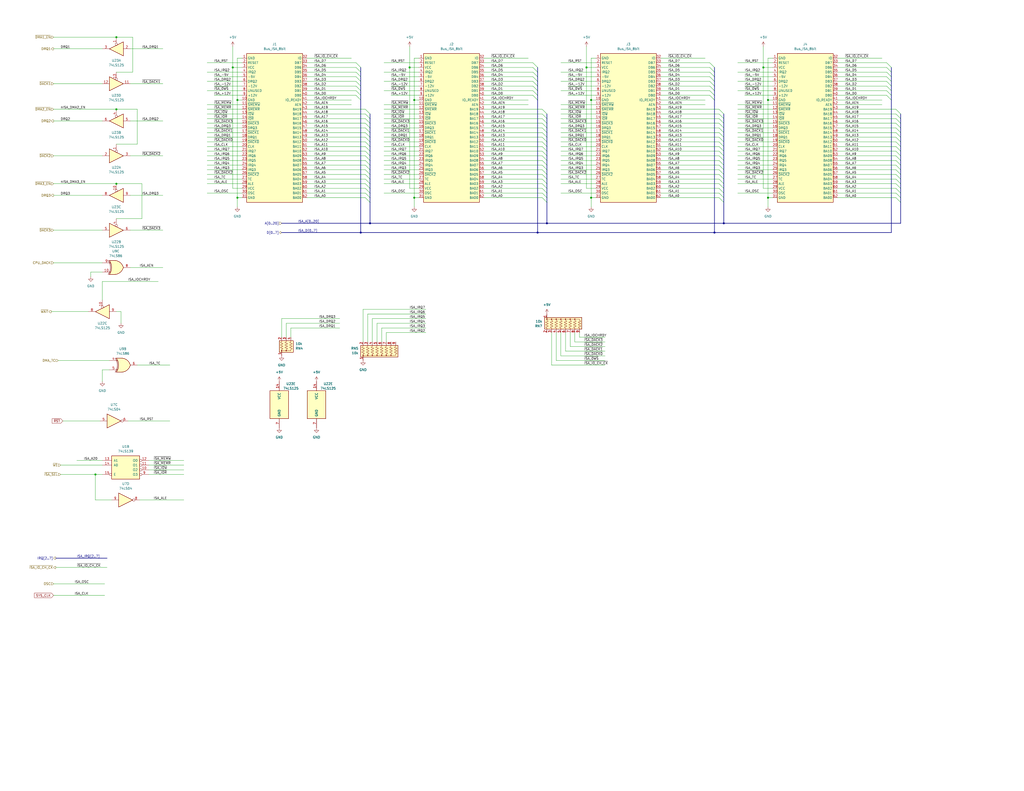
<source format=kicad_sch>
(kicad_sch (version 20230121) (generator eeschema)
  (paper "C")
  (title_block (title "Anachron ISA bus interface"))
  (junction (at 201.93 121.92))
  (junction (at 223.52 36.83))
  (junction (at 129.54 107.95))
  (junction (at 322.58 54.61))
  (junction (at 226.06 107.95))
  (junction (at 52.07 259.08))
  (junction (at 416.56 36.83))
  (junction (at 298.45 121.92))
  (junction (at 389.89 127))
  (junction (at 196.85 127))
  (junction (at 394.97 121.92))
  (junction (at 419.1 54.61))
  (junction (at 419.1 107.95))
  (junction (at 129.54 54.61))
  (junction (at 293.37 127))
  (junction (at 320.04 36.83))
  (junction (at 63.5 100.33))
  (junction (at 226.06 54.61))
  (junction (at 63.5 20.32))
  (junction (at 322.58 107.95))
  (junction (at 127 36.83))
  (junction (at 63.5 59.69))
  (bus_entry (at 298.45 100.33) (size -2.54 -2.54))
  (bus_entry (at 298.45 64.77) (size -2.54 -2.54))
  (bus_entry (at 298.45 107.95) (size -2.54 -2.54))
  (bus_entry (at 394.97 90.17) (size -2.54 -2.54))
  (bus_entry (at 491.49 110.49) (size -2.54 -2.54))
  (bus_entry (at 298.45 77.47) (size -2.54 -2.54))
  (bus_entry (at 486.41 49.53) (size -2.54 -2.54))
  (bus_entry (at 491.49 97.79) (size -2.54 -2.54))
  (bus_entry (at 298.45 102.87) (size -2.54 -2.54))
  (bus_entry (at 486.41 44.45) (size -2.54 -2.54))
  (bus_entry (at 201.93 92.71) (size -2.54 -2.54))
  (bus_entry (at 394.97 67.31) (size -2.54 -2.54))
  (bus_entry (at 201.93 107.95) (size -2.54 -2.54))
  (bus_entry (at 394.97 92.71) (size -2.54 -2.54))
  (bus_entry (at 389.89 52.07) (size -2.54 -2.54))
  (bus_entry (at 201.93 67.31) (size -2.54 -2.54))
  (bus_entry (at 491.49 77.47) (size -2.54 -2.54))
  (bus_entry (at 298.45 80.01) (size -2.54 -2.54))
  (bus_entry (at 491.49 74.93) (size -2.54 -2.54))
  (bus_entry (at 196.85 36.83) (size -2.54 -2.54))
  (bus_entry (at 389.89 44.45) (size -2.54 -2.54))
  (bus_entry (at 394.97 105.41) (size -2.54 -2.54))
  (bus_entry (at 293.37 36.83) (size -2.54 -2.54))
  (bus_entry (at 394.97 74.93) (size -2.54 -2.54))
  (bus_entry (at 201.93 77.47) (size -2.54 -2.54))
  (bus_entry (at 298.45 92.71) (size -2.54 -2.54))
  (bus_entry (at 298.45 69.85) (size -2.54 -2.54))
  (bus_entry (at 201.93 102.87) (size -2.54 -2.54))
  (bus_entry (at 196.85 39.37) (size -2.54 -2.54))
  (bus_entry (at 201.93 72.39) (size -2.54 -2.54))
  (bus_entry (at 201.93 69.85) (size -2.54 -2.54))
  (bus_entry (at 389.89 36.83) (size -2.54 -2.54))
  (bus_entry (at 201.93 82.55) (size -2.54 -2.54))
  (bus_entry (at 298.45 95.25) (size -2.54 -2.54))
  (bus_entry (at 298.45 105.41) (size -2.54 -2.54))
  (bus_entry (at 394.97 80.01) (size -2.54 -2.54))
  (bus_entry (at 298.45 74.93) (size -2.54 -2.54))
  (bus_entry (at 486.41 39.37) (size -2.54 -2.54))
  (bus_entry (at 394.97 85.09) (size -2.54 -2.54))
  (bus_entry (at 298.45 90.17) (size -2.54 -2.54))
  (bus_entry (at 389.89 46.99) (size -2.54 -2.54))
  (bus_entry (at 201.93 85.09) (size -2.54 -2.54))
  (bus_entry (at 394.97 107.95) (size -2.54 -2.54))
  (bus_entry (at 201.93 80.01) (size -2.54 -2.54))
  (bus_entry (at 201.93 74.93) (size -2.54 -2.54))
  (bus_entry (at 196.85 52.07) (size -2.54 -2.54))
  (bus_entry (at 394.97 77.47) (size -2.54 -2.54))
  (bus_entry (at 486.41 36.83) (size -2.54 -2.54))
  (bus_entry (at 491.49 69.85) (size -2.54 -2.54))
  (bus_entry (at 201.93 64.77) (size -2.54 -2.54))
  (bus_entry (at 196.85 49.53) (size -2.54 -2.54))
  (bus_entry (at 394.97 87.63) (size -2.54 -2.54))
  (bus_entry (at 394.97 62.23) (size -2.54 -2.54))
  (bus_entry (at 293.37 52.07) (size -2.54 -2.54))
  (bus_entry (at 298.45 72.39) (size -2.54 -2.54))
  (bus_entry (at 201.93 110.49) (size -2.54 -2.54))
  (bus_entry (at 201.93 95.25) (size -2.54 -2.54))
  (bus_entry (at 293.37 39.37) (size -2.54 -2.54))
  (bus_entry (at 486.41 52.07) (size -2.54 -2.54))
  (bus_entry (at 486.41 41.91) (size -2.54 -2.54))
  (bus_entry (at 298.45 110.49) (size -2.54 -2.54))
  (bus_entry (at 293.37 46.99) (size -2.54 -2.54))
  (bus_entry (at 298.45 97.79) (size -2.54 -2.54))
  (bus_entry (at 394.97 72.39) (size -2.54 -2.54))
  (bus_entry (at 196.85 54.61) (size -2.54 -2.54))
  (bus_entry (at 389.89 41.91) (size -2.54 -2.54))
  (bus_entry (at 491.49 62.23) (size -2.54 -2.54))
  (bus_entry (at 196.85 46.99) (size -2.54 -2.54))
  (bus_entry (at 293.37 54.61) (size -2.54 -2.54))
  (bus_entry (at 491.49 72.39) (size -2.54 -2.54))
  (bus_entry (at 196.85 41.91) (size -2.54 -2.54))
  (bus_entry (at 394.97 100.33) (size -2.54 -2.54))
  (bus_entry (at 389.89 39.37) (size -2.54 -2.54))
  (bus_entry (at 298.45 67.31) (size -2.54 -2.54))
  (bus_entry (at 491.49 102.87) (size -2.54 -2.54))
  (bus_entry (at 486.41 46.99) (size -2.54 -2.54))
  (bus_entry (at 293.37 44.45) (size -2.54 -2.54))
  (bus_entry (at 491.49 64.77) (size -2.54 -2.54))
  (bus_entry (at 491.49 82.55) (size -2.54 -2.54))
  (bus_entry (at 491.49 107.95) (size -2.54 -2.54))
  (bus_entry (at 298.45 85.09) (size -2.54 -2.54))
  (bus_entry (at 389.89 49.53) (size -2.54 -2.54))
  (bus_entry (at 394.97 95.25) (size -2.54 -2.54))
  (bus_entry (at 293.37 49.53) (size -2.54 -2.54))
  (bus_entry (at 201.93 87.63) (size -2.54 -2.54))
  (bus_entry (at 394.97 82.55) (size -2.54 -2.54))
  (bus_entry (at 201.93 97.79) (size -2.54 -2.54))
  (bus_entry (at 196.85 44.45) (size -2.54 -2.54))
  (bus_entry (at 201.93 62.23) (size -2.54 -2.54))
  (bus_entry (at 293.37 41.91) (size -2.54 -2.54))
  (bus_entry (at 491.49 92.71) (size -2.54 -2.54))
  (bus_entry (at 491.49 105.41) (size -2.54 -2.54))
  (bus_entry (at 491.49 80.01) (size -2.54 -2.54))
  (bus_entry (at 491.49 95.25) (size -2.54 -2.54))
  (bus_entry (at 298.45 87.63) (size -2.54 -2.54))
  (bus_entry (at 486.41 54.61) (size -2.54 -2.54))
  (bus_entry (at 394.97 69.85) (size -2.54 -2.54))
  (bus_entry (at 201.93 100.33) (size -2.54 -2.54))
  (bus_entry (at 394.97 64.77) (size -2.54 -2.54))
  (bus_entry (at 201.93 105.41) (size -2.54 -2.54))
  (bus_entry (at 491.49 87.63) (size -2.54 -2.54))
  (bus_entry (at 201.93 90.17) (size -2.54 -2.54))
  (bus_entry (at 298.45 82.55) (size -2.54 -2.54))
  (bus_entry (at 491.49 90.17) (size -2.54 -2.54))
  (bus_entry (at 394.97 102.87) (size -2.54 -2.54))
  (bus_entry (at 491.49 67.31) (size -2.54 -2.54))
  (bus_entry (at 491.49 85.09) (size -2.54 -2.54))
  (bus_entry (at 491.49 100.33) (size -2.54 -2.54))
  (bus_entry (at 389.89 54.61) (size -2.54 -2.54))
  (bus_entry (at 298.45 62.23) (size -2.54 -2.54))
  (bus_entry (at 394.97 97.79) (size -2.54 -2.54))
  (bus_entry (at 394.97 110.49) (size -2.54 -2.54))
  (wire (pts (xy 199.39 107.95) (xy 167.64 107.95)))
  (bus (pts (xy 486.41 127) (xy 389.89 127)))
  (wire (pts (xy 209.55 100.33) (xy 228.6 100.33)))
  (bus (pts (xy 491.49 85.09) (xy 491.49 87.63)))
  (wire (pts (xy 322.58 107.95) (xy 322.58 113.03)))
  (bus (pts (xy 491.49 69.85) (xy 491.49 72.39)))
  (bus (pts (xy 394.97 64.77) (xy 394.97 67.31)))
  (bus (pts (xy 486.41 41.91) (xy 486.41 44.45)))
  (bus (pts (xy 491.49 121.92) (xy 394.97 121.92)))
  (wire (pts (xy 31.75 196.85) (xy 59.69 196.85)))
  (wire (pts (xy 457.2 82.55) (xy 488.95 82.55)))
  (bus (pts (xy 389.89 46.99) (xy 389.89 49.53)))
  (wire (pts (xy 306.07 57.15) (xy 325.12 57.15)))
  (bus (pts (xy 298.45 64.77) (xy 298.45 67.31)))
  (wire (pts (xy 360.68 80.01) (xy 392.43 80.01)))
  (wire (pts (xy 309.88 46.99) (xy 325.12 46.99)))
  (wire (pts (xy 167.64 77.47) (xy 199.39 77.47)))
  (bus (pts (xy 298.45 92.71) (xy 298.45 95.25)))
  (bus (pts (xy 394.97 90.17) (xy 394.97 92.71)))
  (wire (pts (xy 72.39 39.37) (xy 72.39 20.32)))
  (wire (pts (xy 264.16 57.15) (xy 288.29 57.15)))
  (wire (pts (xy 55.88 153.67) (xy 55.88 163.83)))
  (wire (pts (xy 41.91 251.46) (xy 55.88 251.46)))
  (wire (pts (xy 167.64 74.93) (xy 199.39 74.93)))
  (wire (pts (xy 402.59 100.33) (xy 421.64 100.33)))
  (wire (pts (xy 167.64 49.53) (xy 194.31 49.53)))
  (wire (pts (xy 226.06 107.95) (xy 228.6 107.95)))
  (bus (pts (xy 389.89 49.53) (xy 389.89 52.07)))
  (wire (pts (xy 74.93 78.74) (xy 74.93 59.69)))
  (bus (pts (xy 298.45 102.87) (xy 298.45 105.41)))
  (wire (pts (xy 402.59 67.31) (xy 421.64 67.31)))
  (wire (pts (xy 226.06 54.61) (xy 226.06 107.95)))
  (wire (pts (xy 203.2 173.99) (xy 232.41 173.99)))
  (bus (pts (xy 293.37 36.83) (xy 293.37 39.37)))
  (bus (pts (xy 298.45 62.23) (xy 298.45 64.77)))
  (wire (pts (xy 81.28 254) (xy 100.33 254)))
  (bus (pts (xy 196.85 39.37) (xy 196.85 41.91)))
  (wire (pts (xy 264.16 100.33) (xy 295.91 100.33)))
  (bus (pts (xy 201.93 72.39) (xy 201.93 74.93)))
  (wire (pts (xy 129.54 54.61) (xy 129.54 107.95)))
  (wire (pts (xy 167.64 80.01) (xy 199.39 80.01)))
  (wire (pts (xy 209.55 92.71) (xy 228.6 92.71)))
  (bus (pts (xy 394.97 102.87) (xy 394.97 105.41)))
  (bus (pts (xy 394.97 80.01) (xy 394.97 82.55)))
  (wire (pts (xy 27.94 170.18) (xy 48.26 170.18)))
  (wire (pts (xy 226.06 107.95) (xy 226.06 113.03)))
  (wire (pts (xy 213.36 52.07) (xy 228.6 52.07)))
  (wire (pts (xy 29.21 85.09) (xy 55.88 85.09)))
  (wire (pts (xy 264.16 39.37) (xy 290.83 39.37)))
  (bus (pts (xy 196.85 49.53) (xy 196.85 52.07)))
  (bus (pts (xy 486.41 44.45) (xy 486.41 46.99)))
  (wire (pts (xy 457.2 67.31) (xy 488.95 67.31)))
  (wire (pts (xy 209.55 62.23) (xy 228.6 62.23)))
  (wire (pts (xy 322.58 31.75) (xy 322.58 54.61)))
  (bus (pts (xy 293.37 54.61) (xy 293.37 127)))
  (wire (pts (xy 29.21 20.32) (xy 63.5 20.32)))
  (wire (pts (xy 360.68 100.33) (xy 392.43 100.33)))
  (bus (pts (xy 153.67 121.92) (xy 201.93 121.92)))
  (wire (pts (xy 360.68 54.61) (xy 384.81 54.61)))
  (wire (pts (xy 313.69 186.69) (xy 330.2 186.69)))
  (wire (pts (xy 457.2 87.63) (xy 488.95 87.63)))
  (wire (pts (xy 322.58 54.61) (xy 325.12 54.61)))
  (bus (pts (xy 491.49 87.63) (xy 491.49 90.17)))
  (wire (pts (xy 264.16 77.47) (xy 295.91 77.47)))
  (wire (pts (xy 360.68 105.41) (xy 392.43 105.41)))
  (wire (pts (xy 71.12 125.73) (xy 88.9 125.73)))
  (wire (pts (xy 52.07 259.08) (xy 55.88 259.08)))
  (wire (pts (xy 457.2 49.53) (xy 483.87 49.53)))
  (wire (pts (xy 457.2 77.47) (xy 488.95 77.47)))
  (wire (pts (xy 264.16 69.85) (xy 295.91 69.85)))
  (wire (pts (xy 226.06 54.61) (xy 228.6 54.61)))
  (wire (pts (xy 167.64 67.31) (xy 199.39 67.31)))
  (bus (pts (xy 293.37 44.45) (xy 293.37 46.99)))
  (bus (pts (xy 394.97 121.92) (xy 298.45 121.92)))
  (wire (pts (xy 360.68 77.47) (xy 392.43 77.47)))
  (wire (pts (xy 74.93 199.39) (xy 92.71 199.39)))
  (wire (pts (xy 264.16 59.69) (xy 295.91 59.69)))
  (bus (pts (xy 201.93 105.41) (xy 201.93 107.95)))
  (wire (pts (xy 113.03 62.23) (xy 132.08 62.23)))
  (wire (pts (xy 306.07 72.39) (xy 325.12 72.39)))
  (wire (pts (xy 81.28 256.54) (xy 100.33 256.54)))
  (bus (pts (xy 298.45 82.55) (xy 298.45 85.09)))
  (wire (pts (xy 113.03 100.33) (xy 132.08 100.33)))
  (bus (pts (xy 298.45 69.85) (xy 298.45 72.39)))
  (bus (pts (xy 153.67 127) (xy 196.85 127)))
  (bus (pts (xy 298.45 100.33) (xy 298.45 102.87)))
  (wire (pts (xy 306.07 80.01) (xy 325.12 80.01)))
  (bus (pts (xy 491.49 67.31) (xy 491.49 69.85)))
  (wire (pts (xy 264.16 80.01) (xy 295.91 80.01)))
  (wire (pts (xy 209.55 90.17) (xy 228.6 90.17)))
  (wire (pts (xy 419.1 54.61) (xy 419.1 107.95)))
  (wire (pts (xy 402.59 72.39) (xy 421.64 72.39)))
  (wire (pts (xy 113.03 74.93) (xy 132.08 74.93)))
  (bus (pts (xy 293.37 49.53) (xy 293.37 52.07)))
  (bus (pts (xy 491.49 105.41) (xy 491.49 107.95)))
  (wire (pts (xy 209.55 69.85) (xy 228.6 69.85)))
  (wire (pts (xy 457.2 41.91) (xy 483.87 41.91)))
  (wire (pts (xy 66.04 170.18) (xy 66.04 176.53)))
  (wire (pts (xy 76.2 273.05) (xy 100.33 273.05)))
  (wire (pts (xy 156.21 176.53) (xy 185.42 176.53)))
  (wire (pts (xy 167.64 31.75) (xy 191.77 31.75)))
  (wire (pts (xy 402.59 90.17) (xy 421.64 90.17)))
  (wire (pts (xy 29.21 125.73) (xy 55.88 125.73)))
  (bus (pts (xy 298.45 97.79) (xy 298.45 100.33)))
  (bus (pts (xy 293.37 41.91) (xy 293.37 44.45)))
  (wire (pts (xy 167.64 64.77) (xy 199.39 64.77)))
  (wire (pts (xy 306.07 92.71) (xy 325.12 92.71)))
  (wire (pts (xy 325.12 36.83) (xy 320.04 36.83)))
  (bus (pts (xy 298.45 121.92) (xy 201.93 121.92)))
  (wire (pts (xy 360.68 87.63) (xy 392.43 87.63)))
  (wire (pts (xy 402.59 82.55) (xy 421.64 82.55)))
  (wire (pts (xy 228.6 102.87) (xy 223.52 102.87)))
  (wire (pts (xy 360.68 90.17) (xy 392.43 90.17)))
  (wire (pts (xy 113.03 34.29) (xy 132.08 34.29)))
  (wire (pts (xy 306.07 97.79) (xy 325.12 97.79)))
  (wire (pts (xy 71.12 45.72) (xy 88.9 45.72)))
  (wire (pts (xy 113.03 44.45) (xy 132.08 44.45)))
  (wire (pts (xy 309.88 52.07) (xy 325.12 52.07)))
  (wire (pts (xy 52.07 273.05) (xy 52.07 259.08)))
  (wire (pts (xy 402.59 97.79) (xy 421.64 97.79)))
  (wire (pts (xy 360.68 74.93) (xy 392.43 74.93)))
  (bus (pts (xy 394.97 97.79) (xy 394.97 100.33)))
  (wire (pts (xy 167.64 95.25) (xy 199.39 95.25)))
  (wire (pts (xy 205.74 176.53) (xy 205.74 186.69)))
  (wire (pts (xy 457.2 64.77) (xy 488.95 64.77)))
  (wire (pts (xy 264.16 90.17) (xy 295.91 90.17)))
  (bus (pts (xy 389.89 39.37) (xy 389.89 41.91)))
  (wire (pts (xy 209.55 82.55) (xy 228.6 82.55)))
  (wire (pts (xy 306.07 105.41) (xy 325.12 105.41)))
  (wire (pts (xy 167.64 39.37) (xy 194.31 39.37)))
  (wire (pts (xy 209.55 74.93) (xy 228.6 74.93)))
  (wire (pts (xy 167.64 52.07) (xy 194.31 52.07)))
  (wire (pts (xy 402.59 64.77) (xy 421.64 64.77)))
  (wire (pts (xy 360.68 82.55) (xy 392.43 82.55)))
  (wire (pts (xy 360.68 95.25) (xy 392.43 95.25)))
  (wire (pts (xy 167.64 105.41) (xy 199.39 105.41)))
  (bus (pts (xy 389.89 44.45) (xy 389.89 46.99)))
  (wire (pts (xy 113.03 39.37) (xy 132.08 39.37)))
  (wire (pts (xy 402.59 74.93) (xy 421.64 74.93)))
  (bus (pts (xy 389.89 52.07) (xy 389.89 54.61)))
  (wire (pts (xy 306.07 85.09) (xy 325.12 85.09)))
  (wire (pts (xy 34.29 229.87) (xy 54.61 229.87)))
  (bus (pts (xy 394.97 105.41) (xy 394.97 107.95)))
  (wire (pts (xy 300.99 181.61) (xy 300.99 199.39)))
  (wire (pts (xy 167.64 41.91) (xy 194.31 41.91)))
  (wire (pts (xy 457.2 85.09) (xy 488.95 85.09)))
  (bus (pts (xy 298.45 72.39) (xy 298.45 74.93)))
  (wire (pts (xy 264.16 62.23) (xy 295.91 62.23)))
  (bus (pts (xy 394.97 72.39) (xy 394.97 74.93)))
  (wire (pts (xy 264.16 52.07) (xy 290.83 52.07)))
  (bus (pts (xy 491.49 64.77) (xy 491.49 67.31)))
  (wire (pts (xy 63.5 78.74) (xy 74.93 78.74)))
  (wire (pts (xy 167.64 34.29) (xy 194.31 34.29)))
  (bus (pts (xy 30.48 304.8) (xy 58.42 304.8)))
  (bus (pts (xy 486.41 36.83) (xy 486.41 39.37)))
  (bus (pts (xy 491.49 97.79) (xy 491.49 100.33)))
  (wire (pts (xy 416.56 102.87) (xy 416.56 36.83)))
  (wire (pts (xy 306.07 90.17) (xy 325.12 90.17)))
  (wire (pts (xy 264.16 34.29) (xy 290.83 34.29)))
  (bus (pts (xy 201.93 121.92) (xy 201.93 110.49)))
  (wire (pts (xy 360.68 92.71) (xy 392.43 92.71)))
  (wire (pts (xy 392.43 107.95) (xy 360.68 107.95)))
  (wire (pts (xy 320.04 25.4) (xy 320.04 36.83)))
  (bus (pts (xy 196.85 41.91) (xy 196.85 44.45)))
  (wire (pts (xy 158.75 179.07) (xy 185.42 179.07)))
  (wire (pts (xy 457.2 97.79) (xy 488.95 97.79)))
  (wire (pts (xy 113.03 82.55) (xy 132.08 82.55)))
  (wire (pts (xy 264.16 87.63) (xy 295.91 87.63)))
  (wire (pts (xy 167.64 82.55) (xy 199.39 82.55)))
  (wire (pts (xy 167.64 102.87) (xy 199.39 102.87)))
  (wire (pts (xy 29.21 100.33) (xy 63.5 100.33)))
  (wire (pts (xy 33.02 254) (xy 55.88 254)))
  (wire (pts (xy 264.16 46.99) (xy 290.83 46.99)))
  (bus (pts (xy 201.93 62.23) (xy 201.93 64.77)))
  (wire (pts (xy 421.64 36.83) (xy 416.56 36.83)))
  (wire (pts (xy 71.12 106.68) (xy 88.9 106.68)))
  (wire (pts (xy 209.55 44.45) (xy 228.6 44.45)))
  (wire (pts (xy 209.55 105.41) (xy 228.6 105.41)))
  (wire (pts (xy 209.55 49.53) (xy 228.6 49.53)))
  (wire (pts (xy 116.84 41.91) (xy 132.08 41.91)))
  (wire (pts (xy 308.61 191.77) (xy 330.2 191.77)))
  (wire (pts (xy 421.64 31.75) (xy 419.1 31.75)))
  (wire (pts (xy 360.68 46.99) (xy 387.35 46.99)))
  (bus (pts (xy 491.49 77.47) (xy 491.49 80.01)))
  (wire (pts (xy 153.67 173.99) (xy 185.42 173.99)))
  (wire (pts (xy 457.2 59.69) (xy 488.95 59.69)))
  (wire (pts (xy 360.68 67.31) (xy 392.43 67.31)))
  (bus (pts (xy 491.49 82.55) (xy 491.49 85.09)))
  (wire (pts (xy 127 25.4) (xy 127 36.83)))
  (wire (pts (xy 81.28 251.46) (xy 100.33 251.46)))
  (wire (pts (xy 203.2 173.99) (xy 203.2 186.69)))
  (bus (pts (xy 196.85 44.45) (xy 196.85 46.99)))
  (wire (pts (xy 132.08 102.87) (xy 127 102.87)))
  (wire (pts (xy 116.84 52.07) (xy 132.08 52.07)))
  (wire (pts (xy 167.64 87.63) (xy 199.39 87.63)))
  (bus (pts (xy 196.85 52.07) (xy 196.85 54.61)))
  (wire (pts (xy 129.54 54.61) (xy 132.08 54.61)))
  (bus (pts (xy 486.41 39.37) (xy 486.41 41.91)))
  (wire (pts (xy 209.55 97.79) (xy 228.6 97.79)))
  (wire (pts (xy 457.2 100.33) (xy 488.95 100.33)))
  (wire (pts (xy 209.55 85.09) (xy 228.6 85.09)))
  (wire (pts (xy 209.55 39.37) (xy 228.6 39.37)))
  (wire (pts (xy 167.64 62.23) (xy 199.39 62.23)))
  (wire (pts (xy 205.74 176.53) (xy 232.41 176.53)))
  (wire (pts (xy 223.52 102.87) (xy 223.52 36.83)))
  (bus (pts (xy 201.93 95.25) (xy 201.93 97.79)))
  (bus (pts (xy 201.93 82.55) (xy 201.93 85.09)))
  (bus (pts (xy 394.97 110.49) (xy 394.97 107.95)))
  (wire (pts (xy 325.12 102.87) (xy 320.04 102.87)))
  (bus (pts (xy 201.93 69.85) (xy 201.93 72.39)))
  (wire (pts (xy 360.68 59.69) (xy 392.43 59.69)))
  (wire (pts (xy 63.5 20.32) (xy 72.39 20.32)))
  (bus (pts (xy 298.45 87.63) (xy 298.45 90.17)))
  (wire (pts (xy 209.55 87.63) (xy 228.6 87.63)))
  (wire (pts (xy 419.1 54.61) (xy 421.64 54.61)))
  (wire (pts (xy 311.15 189.23) (xy 330.2 189.23)))
  (bus (pts (xy 486.41 52.07) (xy 486.41 54.61)))
  (bus (pts (xy 491.49 90.17) (xy 491.49 92.71)))
  (wire (pts (xy 306.07 64.77) (xy 325.12 64.77)))
  (wire (pts (xy 208.28 179.07) (xy 232.41 179.07)))
  (bus (pts (xy 389.89 36.83) (xy 389.89 39.37)))
  (wire (pts (xy 264.16 92.71) (xy 295.91 92.71)))
  (wire (pts (xy 113.03 97.79) (xy 132.08 97.79)))
  (bus (pts (xy 394.97 110.49) (xy 394.97 121.92)))
  (wire (pts (xy 306.07 34.29) (xy 325.12 34.29)))
  (wire (pts (xy 309.88 41.91) (xy 325.12 41.91)))
  (wire (pts (xy 29.21 325.12) (xy 57.15 325.12)))
  (bus (pts (xy 491.49 80.01) (xy 491.49 82.55)))
  (wire (pts (xy 213.36 46.99) (xy 228.6 46.99)))
  (wire (pts (xy 113.03 90.17) (xy 132.08 90.17)))
  (wire (pts (xy 113.03 85.09) (xy 132.08 85.09)))
  (wire (pts (xy 264.16 72.39) (xy 295.91 72.39)))
  (wire (pts (xy 264.16 54.61) (xy 288.29 54.61)))
  (wire (pts (xy 153.67 184.15) (xy 153.67 173.99)))
  (bus (pts (xy 293.37 52.07) (xy 293.37 54.61)))
  (wire (pts (xy 306.07 194.31) (xy 330.2 194.31)))
  (wire (pts (xy 402.59 34.29) (xy 421.64 34.29)))
  (wire (pts (xy 167.64 97.79) (xy 199.39 97.79)))
  (wire (pts (xy 71.12 26.67) (xy 88.9 26.67)))
  (wire (pts (xy 264.16 36.83) (xy 290.83 36.83)))
  (wire (pts (xy 29.21 45.72) (xy 55.88 45.72)))
  (bus (pts (xy 196.85 46.99) (xy 196.85 49.53)))
  (wire (pts (xy 322.58 54.61) (xy 322.58 107.95)))
  (wire (pts (xy 306.07 77.47) (xy 325.12 77.47)))
  (wire (pts (xy 402.59 95.25) (xy 421.64 95.25)))
  (wire (pts (xy 63.5 119.38) (xy 77.47 119.38)))
  (wire (pts (xy 29.21 26.67) (xy 55.88 26.67)))
  (wire (pts (xy 113.03 80.01) (xy 132.08 80.01)))
  (bus (pts (xy 293.37 127) (xy 196.85 127)))
  (wire (pts (xy 402.59 80.01) (xy 421.64 80.01)))
  (wire (pts (xy 322.58 107.95) (xy 325.12 107.95)))
  (wire (pts (xy 209.55 57.15) (xy 228.6 57.15)))
  (wire (pts (xy 113.03 57.15) (xy 132.08 57.15)))
  (wire (pts (xy 113.03 69.85) (xy 132.08 69.85)))
  (wire (pts (xy 167.64 85.09) (xy 199.39 85.09)))
  (wire (pts (xy 129.54 107.95) (xy 129.54 113.03)))
  (wire (pts (xy 209.55 64.77) (xy 228.6 64.77)))
  (wire (pts (xy 360.68 57.15) (xy 384.81 57.15)))
  (wire (pts (xy 360.68 31.75) (xy 384.81 31.75)))
  (wire (pts (xy 132.08 31.75) (xy 129.54 31.75)))
  (wire (pts (xy 457.2 44.45) (xy 483.87 44.45)))
  (wire (pts (xy 167.64 92.71) (xy 199.39 92.71)))
  (wire (pts (xy 209.55 77.47) (xy 228.6 77.47)))
  (wire (pts (xy 264.16 95.25) (xy 295.91 95.25)))
  (wire (pts (xy 264.16 85.09) (xy 295.91 85.09)))
  (bus (pts (xy 491.49 102.87) (xy 491.49 105.41)))
  (wire (pts (xy 167.64 59.69) (xy 199.39 59.69)))
  (bus (pts (xy 201.93 100.33) (xy 201.93 102.87)))
  (bus (pts (xy 201.93 92.71) (xy 201.93 95.25)))
  (wire (pts (xy 209.55 59.69) (xy 228.6 59.69)))
  (wire (pts (xy 360.68 97.79) (xy 392.43 97.79)))
  (wire (pts (xy 457.2 36.83) (xy 483.87 36.83)))
  (wire (pts (xy 316.23 184.15) (xy 330.2 184.15)))
  (wire (pts (xy 113.03 77.47) (xy 132.08 77.47)))
  (wire (pts (xy 402.59 69.85) (xy 421.64 69.85)))
  (wire (pts (xy 60.96 273.05) (xy 52.07 273.05)))
  (wire (pts (xy 419.1 107.95) (xy 419.1 113.03)))
  (bus (pts (xy 491.49 62.23) (xy 491.49 64.77)))
  (wire (pts (xy 167.64 46.99) (xy 194.31 46.99)))
  (wire (pts (xy 264.16 97.79) (xy 295.91 97.79)))
  (bus (pts (xy 486.41 46.99) (xy 486.41 49.53)))
  (wire (pts (xy 129.54 107.95) (xy 132.08 107.95)))
  (wire (pts (xy 59.69 201.93) (xy 55.88 201.93)))
  (bus (pts (xy 394.97 85.09) (xy 394.97 87.63)))
  (wire (pts (xy 156.21 176.53) (xy 156.21 184.15)))
  (wire (pts (xy 209.55 72.39) (xy 228.6 72.39)))
  (wire (pts (xy 313.69 181.61) (xy 313.69 186.69)))
  (wire (pts (xy 264.16 31.75) (xy 288.29 31.75)))
  (wire (pts (xy 55.88 201.93) (xy 55.88 208.28)))
  (bus (pts (xy 201.93 85.09) (xy 201.93 87.63)))
  (wire (pts (xy 113.03 95.25) (xy 132.08 95.25)))
  (wire (pts (xy 167.64 44.45) (xy 194.31 44.45)))
  (wire (pts (xy 457.2 46.99) (xy 483.87 46.99)))
  (bus (pts (xy 491.49 72.39) (xy 491.49 74.93)))
  (wire (pts (xy 360.68 41.91) (xy 387.35 41.91)))
  (wire (pts (xy 132.08 36.83) (xy 127 36.83)))
  (wire (pts (xy 127 102.87) (xy 127 36.83)))
  (wire (pts (xy 306.07 49.53) (xy 325.12 49.53)))
  (wire (pts (xy 306.07 181.61) (xy 306.07 194.31)))
  (bus (pts (xy 298.45 74.93) (xy 298.45 77.47)))
  (bus (pts (xy 394.97 74.93) (xy 394.97 77.47)))
  (bus (pts (xy 201.93 74.93) (xy 201.93 77.47)))
  (wire (pts (xy 30.48 309.88) (xy 58.42 309.88)))
  (wire (pts (xy 306.07 95.25) (xy 325.12 95.25)))
  (wire (pts (xy 129.54 31.75) (xy 129.54 54.61)))
  (wire (pts (xy 113.03 64.77) (xy 132.08 64.77)))
  (bus (pts (xy 491.49 110.49) (xy 491.49 121.92)))
  (bus (pts (xy 394.97 87.63) (xy 394.97 90.17)))
  (wire (pts (xy 402.59 92.71) (xy 421.64 92.71)))
  (wire (pts (xy 360.68 34.29) (xy 387.35 34.29)))
  (bus (pts (xy 486.41 54.61) (xy 486.41 127)))
  (wire (pts (xy 29.21 106.68) (xy 55.88 106.68)))
  (wire (pts (xy 209.55 34.29) (xy 228.6 34.29)))
  (wire (pts (xy 264.16 67.31) (xy 295.91 67.31)))
  (bus (pts (xy 394.97 92.71) (xy 394.97 95.25)))
  (bus (pts (xy 298.45 77.47) (xy 298.45 80.01)))
  (wire (pts (xy 421.64 102.87) (xy 416.56 102.87)))
  (wire (pts (xy 360.68 64.77) (xy 392.43 64.77)))
  (wire (pts (xy 113.03 92.71) (xy 132.08 92.71)))
  (wire (pts (xy 402.59 57.15) (xy 421.64 57.15)))
  (wire (pts (xy 457.2 62.23) (xy 488.95 62.23)))
  (wire (pts (xy 77.47 100.33) (xy 77.47 119.38)))
  (wire (pts (xy 303.53 196.85) (xy 330.2 196.85)))
  (wire (pts (xy 63.5 170.18) (xy 66.04 170.18)))
  (wire (pts (xy 320.04 102.87) (xy 320.04 36.83)))
  (wire (pts (xy 167.64 54.61) (xy 191.77 54.61)))
  (wire (pts (xy 402.59 44.45) (xy 421.64 44.45)))
  (wire (pts (xy 457.2 52.07) (xy 483.87 52.07)))
  (wire (pts (xy 167.64 57.15) (xy 191.77 57.15)))
  (wire (pts (xy 167.64 72.39) (xy 199.39 72.39)))
  (wire (pts (xy 264.16 41.91) (xy 290.83 41.91)))
  (bus (pts (xy 293.37 39.37) (xy 293.37 41.91)))
  (wire (pts (xy 209.55 80.01) (xy 228.6 80.01)))
  (bus (pts (xy 298.45 67.31) (xy 298.45 69.85)))
  (wire (pts (xy 457.2 92.71) (xy 488.95 92.71)))
  (wire (pts (xy 457.2 34.29) (xy 483.87 34.29)))
  (bus (pts (xy 394.97 67.31) (xy 394.97 69.85)))
  (wire (pts (xy 306.07 87.63) (xy 325.12 87.63)))
  (wire (pts (xy 457.2 31.75) (xy 481.33 31.75)))
  (wire (pts (xy 457.2 57.15) (xy 481.33 57.15)))
  (wire (pts (xy 402.59 49.53) (xy 421.64 49.53)))
  (wire (pts (xy 210.82 181.61) (xy 232.41 181.61)))
  (wire (pts (xy 306.07 44.45) (xy 325.12 44.45)))
  (wire (pts (xy 223.52 25.4) (xy 223.52 36.83)))
  (wire (pts (xy 71.12 146.05) (xy 88.9 146.05)))
  (wire (pts (xy 228.6 36.83) (xy 223.52 36.83)))
  (wire (pts (xy 311.15 181.61) (xy 311.15 189.23)))
  (bus (pts (xy 486.41 49.53) (xy 486.41 52.07)))
  (wire (pts (xy 264.16 105.41) (xy 295.91 105.41)))
  (wire (pts (xy 29.21 318.77) (xy 57.15 318.77)))
  (wire (pts (xy 198.12 168.91) (xy 198.12 186.69)))
  (wire (pts (xy 264.16 64.77) (xy 295.91 64.77)))
  (wire (pts (xy 402.59 105.41) (xy 421.64 105.41)))
  (bus (pts (xy 201.93 110.49) (xy 201.93 107.95)))
  (bus (pts (xy 491.49 95.25) (xy 491.49 97.79)))
  (bus (pts (xy 201.93 77.47) (xy 201.93 80.01)))
  (wire (pts (xy 457.2 69.85) (xy 488.95 69.85)))
  (bus (pts (xy 389.89 41.91) (xy 389.89 44.45)))
  (bus (pts (xy 491.49 110.49) (xy 491.49 107.95)))
  (wire (pts (xy 303.53 181.61) (xy 303.53 196.85)))
  (wire (pts (xy 419.1 31.75) (xy 419.1 54.61)))
  (bus (pts (xy 201.93 97.79) (xy 201.93 100.33)))
  (wire (pts (xy 200.66 171.45) (xy 232.41 171.45)))
  (bus (pts (xy 293.37 46.99) (xy 293.37 49.53)))
  (wire (pts (xy 113.03 67.31) (xy 132.08 67.31)))
  (wire (pts (xy 402.59 62.23) (xy 421.64 62.23)))
  (wire (pts (xy 208.28 179.07) (xy 208.28 186.69)))
  (wire (pts (xy 457.2 74.93) (xy 488.95 74.93)))
  (wire (pts (xy 406.4 52.07) (xy 421.64 52.07)))
  (wire (pts (xy 113.03 72.39) (xy 132.08 72.39)))
  (wire (pts (xy 457.2 95.25) (xy 488.95 95.25)))
  (wire (pts (xy 457.2 102.87) (xy 488.95 102.87)))
  (wire (pts (xy 402.59 85.09) (xy 421.64 85.09)))
  (bus (pts (xy 298.45 85.09) (xy 298.45 87.63)))
  (bus (pts (xy 196.85 36.83) (xy 196.85 39.37)))
  (wire (pts (xy 316.23 181.61) (xy 316.23 184.15)))
  (wire (pts (xy 306.07 67.31) (xy 325.12 67.31)))
  (bus (pts (xy 394.97 62.23) (xy 394.97 64.77)))
  (wire (pts (xy 55.88 148.59) (xy 49.53 148.59)))
  (wire (pts (xy 360.68 39.37) (xy 387.35 39.37)))
  (bus (pts (xy 394.97 69.85) (xy 394.97 72.39)))
  (bus (pts (xy 298.45 105.41) (xy 298.45 107.95)))
  (bus (pts (xy 201.93 90.17) (xy 201.93 92.71)))
  (bus (pts (xy 491.49 100.33) (xy 491.49 102.87)))
  (wire (pts (xy 457.2 39.37) (xy 483.87 39.37)))
  (wire (pts (xy 228.6 31.75) (xy 226.06 31.75)))
  (wire (pts (xy 209.55 95.25) (xy 228.6 95.25)))
  (wire (pts (xy 306.07 100.33) (xy 325.12 100.33)))
  (wire (pts (xy 419.1 107.95) (xy 421.64 107.95)))
  (wire (pts (xy 457.2 72.39) (xy 488.95 72.39)))
  (wire (pts (xy 402.59 87.63) (xy 421.64 87.63)))
  (wire (pts (xy 488.95 107.95) (xy 457.2 107.95)))
  (wire (pts (xy 167.64 100.33) (xy 199.39 100.33)))
  (wire (pts (xy 402.59 59.69) (xy 421.64 59.69)))
  (wire (pts (xy 416.56 25.4) (xy 416.56 36.83)))
  (wire (pts (xy 308.61 181.61) (xy 308.61 191.77)))
  (wire (pts (xy 360.68 72.39) (xy 392.43 72.39)))
  (wire (pts (xy 306.07 39.37) (xy 325.12 39.37)))
  (bus (pts (xy 491.49 92.71) (xy 491.49 95.25)))
  (wire (pts (xy 226.06 31.75) (xy 226.06 54.61)))
  (wire (pts (xy 55.88 153.67) (xy 86.36 153.67)))
  (wire (pts (xy 360.68 62.23) (xy 392.43 62.23)))
  (wire (pts (xy 360.68 36.83) (xy 387.35 36.83)))
  (wire (pts (xy 402.59 39.37) (xy 421.64 39.37)))
  (wire (pts (xy 306.07 62.23) (xy 325.12 62.23)))
  (wire (pts (xy 306.07 74.93) (xy 325.12 74.93)))
  (wire (pts (xy 113.03 59.69) (xy 132.08 59.69)))
  (bus (pts (xy 491.49 74.93) (xy 491.49 77.47)))
  (bus (pts (xy 394.97 82.55) (xy 394.97 85.09)))
  (wire (pts (xy 360.68 44.45) (xy 387.35 44.45)))
  (wire (pts (xy 167.64 36.83) (xy 194.31 36.83)))
  (wire (pts (xy 295.91 107.95) (xy 264.16 107.95)))
  (bus (pts (xy 201.93 102.87) (xy 201.93 105.41)))
  (bus (pts (xy 394.97 77.47) (xy 394.97 80.01)))
  (wire (pts (xy 360.68 102.87) (xy 392.43 102.87)))
  (bus (pts (xy 196.85 127) (xy 196.85 54.61)))
  (wire (pts (xy 406.4 41.91) (xy 421.64 41.91)))
  (wire (pts (xy 264.16 49.53) (xy 290.83 49.53)))
  (wire (pts (xy 63.5 59.69) (xy 74.93 59.69)))
  (wire (pts (xy 360.68 85.09) (xy 392.43 85.09)))
  (wire (pts (xy 113.03 105.41) (xy 132.08 105.41)))
  (wire (pts (xy 29.21 143.51) (xy 55.88 143.51)))
  (wire (pts (xy 457.2 105.41) (xy 488.95 105.41)))
  (wire (pts (xy 306.07 82.55) (xy 325.12 82.55)))
  (wire (pts (xy 360.68 52.07) (xy 387.35 52.07)))
  (bus (pts (xy 201.93 67.31) (xy 201.93 69.85)))
  (wire (pts (xy 264.16 102.87) (xy 295.91 102.87)))
  (wire (pts (xy 325.12 31.75) (xy 322.58 31.75)))
  (wire (pts (xy 198.12 168.91) (xy 232.41 168.91)))
  (wire (pts (xy 264.16 74.93) (xy 295.91 74.93)))
  (wire (pts (xy 360.68 49.53) (xy 387.35 49.53)))
  (wire (pts (xy 63.5 39.37) (xy 72.39 39.37)))
  (bus (pts (xy 298.45 80.01) (xy 298.45 82.55)))
  (wire (pts (xy 167.64 69.85) (xy 199.39 69.85)))
  (bus (pts (xy 298.45 110.49) (xy 298.45 107.95)))
  (wire (pts (xy 29.21 59.69) (xy 63.5 59.69)))
  (wire (pts (xy 209.55 67.31) (xy 228.6 67.31)))
  (wire (pts (xy 402.59 77.47) (xy 421.64 77.47)))
  (wire (pts (xy 113.03 49.53) (xy 132.08 49.53)))
  (wire (pts (xy 264.16 44.45) (xy 290.83 44.45)))
  (wire (pts (xy 69.85 229.87) (xy 92.71 229.87)))
  (bus (pts (xy 394.97 95.25) (xy 394.97 97.79)))
  (wire (pts (xy 210.82 186.69) (xy 210.82 181.61)))
  (bus (pts (xy 201.93 64.77) (xy 201.93 67.31)))
  (wire (pts (xy 29.21 66.04) (xy 55.88 66.04)))
  (wire (pts (xy 457.2 80.01) (xy 488.95 80.01)))
  (bus (pts (xy 394.97 100.33) (xy 394.97 102.87)))
  (wire (pts (xy 49.53 148.59) (xy 49.53 151.13)))
  (wire (pts (xy 81.28 259.08) (xy 100.33 259.08)))
  (wire (pts (xy 113.03 87.63) (xy 132.08 87.63)))
  (wire (pts (xy 167.64 90.17) (xy 199.39 90.17)))
  (bus (pts (xy 298.45 110.49) (xy 298.45 121.92)))
  (wire (pts (xy 71.12 66.04) (xy 88.9 66.04)))
  (wire (pts (xy 306.07 69.85) (xy 325.12 69.85)))
  (wire (pts (xy 306.07 59.69) (xy 325.12 59.69)))
  (wire (pts (xy 33.02 259.08) (xy 52.07 259.08)))
  (wire (pts (xy 264.16 82.55) (xy 295.91 82.55)))
  (bus (pts (xy 389.89 127) (xy 293.37 127)))
  (bus (pts (xy 298.45 90.17) (xy 298.45 92.71)))
  (wire (pts (xy 213.36 41.91) (xy 228.6 41.91)))
  (bus (pts (xy 298.45 95.25) (xy 298.45 97.79)))
  (wire (pts (xy 300.99 199.39) (xy 330.2 199.39)))
  (bus (pts (xy 201.93 87.63) (xy 201.93 90.17)))
  (wire (pts (xy 158.75 179.07) (xy 158.75 184.15)))
  (wire (pts (xy 360.68 69.85) (xy 392.43 69.85)))
  (wire (pts (xy 457.2 54.61) (xy 481.33 54.61)))
  (wire (pts (xy 116.84 46.99) (xy 132.08 46.99)))
  (wire (pts (xy 200.66 171.45) (xy 200.66 186.69)))
  (wire (pts (xy 71.12 85.09) (xy 88.9 85.09)))
  (wire (pts (xy 457.2 90.17) (xy 488.95 90.17)))
  (wire (pts (xy 63.5 100.33) (xy 77.47 100.33)))
  (bus (pts (xy 201.93 80.01) (xy 201.93 82.55)))
  (wire (pts (xy 406.4 46.99) (xy 421.64 46.99)))
  (bus (pts (xy 389.89 54.61) (xy 389.89 127)))
  (label "ISA_A[0..20]" (at 162.56 121.92 0))
  (label "~{ISA_DACK1}" (at 406.4 72.39 0))
  (label "~{ISA_DACK3}" (at 116.84 67.31 0))
  (label "ISA_D1" (at 364.49 49.53 0))
  (label "ISA_A18" (at 171.45 62.23 0))
  (label "~{ISA_DACK0}" (at 406.4 77.47 0))
  (label "ISA_A15" (at 267.97 69.85 0))
  (label "ISA_DRQ1" (at 213.36 74.93 0))
  (label "ISA_OSC" (at 406.4 105.41 0))
  (label "ISA_DRQ3" (at 77.47 106.68 0))
  (label "ISA_A2" (at 171.45 102.87 0))
  (label "ISA_A1" (at 267.97 105.41 0))
  (label "~{ISA_IO_CH_CK}" (at 364.49 31.75 0))
  (label "ISA_A19" (at 461.01 59.69 0))
  (label "ISA_IRQ6" (at 406.4 85.09 0))
  (label "ISA_IRQ2" (at 116.84 39.37 0))
  (label "~{ISA_IOR}" (at 83.82 259.08 0))
  (label "~{ISA_IOR}" (at 309.88 64.77 0))
  (label "ISA_A11" (at 461.01 80.01 0))
  (label "ISA_IRQ5" (at 309.88 87.63 0))
  (label "ISA_A4" (at 267.97 97.79 0))
  (label "ISA_IRQ6" (at 116.84 85.09 0))
  (label "ISA_A10" (at 267.97 82.55 0))
  (label "ISA_A14" (at 364.49 72.39 0))
  (label "DRQ3" (at 33.02 106.68 0))
  (label "ISA_A2" (at 461.01 102.87 0))
  (label "~{ISA_MEMR}" (at 406.4 59.69 0))
  (label "ISA_A18" (at 267.97 62.23 0))
  (label "ISA_IRQ5" (at 223.52 173.99 0))
  (label "~{ISA_DACK1}" (at 213.36 72.39 0))
  (label "ISA_A17" (at 461.01 64.77 0))
  (label "ISA_A8" (at 461.01 87.63 0))
  (label "ISA_DRQ2" (at 173.99 176.53 0))
  (label "ISA_A15" (at 461.01 69.85 0))
  (label "ISA_A17" (at 171.45 64.77 0))
  (label "~{ISA_MEMW}" (at 116.84 57.15 0))
  (label "ISA_A3" (at 364.49 100.33 0))
  (label "~{ISA_IOW}" (at 83.82 256.54 0))
  (label "ISA_IRQ3" (at 223.52 179.07 0))
  (label "ISA_-12V" (at 406.4 46.99 0))
  (label "~{ISA_0WS}" (at 406.4 49.53 0))
  (label "ISA_A3" (at 171.45 100.33 0))
  (label "ISA_D6" (at 267.97 36.83 0))
  (label "ISA_A5" (at 364.49 95.25 0))
  (label "ISA_CLK" (at 116.84 80.01 0))
  (label "ISA_TC" (at 213.36 97.79 0))
  (label "ISA_RST" (at 213.36 34.29 0))
  (label "ISA_A1" (at 461.01 105.41 0))
  (label "ISA_+12V" (at 406.4 52.07 0))
  (label "ISA_A5" (at 171.45 95.25 0))
  (label "ISA_A4" (at 364.49 97.79 0))
  (label "ISA_-5V" (at 116.84 41.91 0))
  (label "~{ISA_DACK0}" (at 116.84 77.47 0))
  (label "~{ISA_DACK3}" (at 77.47 125.73 0))
  (label "ISA_D1" (at 267.97 49.53 0))
  (label "ISA_OSC" (at 213.36 105.41 0))
  (label "ISA_A0" (at 171.45 107.95 0))
  (label "ISA_A0" (at 461.01 107.95 0))
  (label "ISA_AEN" (at 267.97 57.15 0))
  (label "~{ISA_0WS}" (at 116.84 49.53 0))
  (label "ISA_D5" (at 461.01 39.37 0))
  (label "ISA_A19" (at 267.97 59.69 0))
  (label "ISA_D0" (at 267.97 52.07 0))
  (label "ISA_A5" (at 267.97 95.25 0))
  (label "ISA_D6" (at 461.01 36.83 0))
  (label "ISA_IOCHRDY" (at 69.85 153.67 0))
  (label "ISA_ALE" (at 309.88 100.33 0))
  (label "ISA_A17" (at 364.49 64.77 0))
  (label "ISA_CLK" (at 309.88 80.01 0))
  (label "ISA_AEN" (at 364.49 57.15 0))
  (label "nISA_DMA2_EN" (at 33.02 59.69 0))
  (label "~{ISA_DACK1}" (at 318.77 191.77 0))
  (label "ISA_DRQ3" (at 213.36 69.85 0))
  (label "ISA_IRQ7" (at 213.36 82.55 0))
  (label "~{ISA_IOW}" (at 213.36 62.23 0))
  (label "ISA_D0" (at 364.49 52.07 0))
  (label "ISA_IRQ6" (at 213.36 85.09 0))
  (label "ISA_A1" (at 364.49 105.41 0))
  (label "ISA_DRQ2" (at 406.4 44.45 0))
  (label "ISA_DRQ2" (at 116.84 44.45 0))
  (label "ISA_D3" (at 267.97 44.45 0))
  (label "ISA_D4" (at 171.45 41.91 0))
  (label "~{ISA_IO_CH_CK}" (at 41.91 309.88 0))
  (label "ISA_DRQ1" (at 116.84 74.93 0))
  (label "nISA_DMA3_EN" (at 33.02 100.33 0))
  (label "ISA_IRQ5" (at 116.84 87.63 0))
  (label "ISA_A15" (at 364.49 69.85 0))
  (label "~{ISA_IOR}" (at 406.4 64.77 0))
  (label "ISA_A8" (at 267.97 87.63 0))
  (label "ISA_A9" (at 461.01 85.09 0))
  (label "ISA_IRQ7" (at 223.52 168.91 0))
  (label "ISA_ALE" (at 116.84 100.33 0))
  (label "ISA_D2" (at 171.45 46.99 0))
  (label "ISA_D[0..7]" (at 162.56 127 0))
  (label "ISA_IRQ4" (at 223.52 176.53 0))
  (label "ISA_A20" (at 45.72 251.46 0))
  (label "ISA_D3" (at 171.45 44.45 0))
  (label "ISA_IRQ6" (at 223.52 171.45 0))
  (label "ISA_D1" (at 461.01 49.53 0))
  (label "ISA_A8" (at 364.49 87.63 0))
  (label "ISA_D5" (at 364.49 39.37 0))
  (label "ISA_D0" (at 171.45 52.07 0))
  (label "ISA_IOCHRDY" (at 267.97 54.61 0))
  (label "ISA_DRQ1" (at 173.99 179.07 0))
  (label "ISA_A14" (at 267.97 72.39 0))
  (label "~{ISA_DACK2}" (at 406.4 95.25 0))
  (label "ISA_D7" (at 171.45 34.29 0))
  (label "ISA_DRQ1" (at 77.47 26.67 0))
  (label "ISA_IOCHRDY" (at 318.77 184.15 0))
  (label "ISA_IRQ4" (at 213.36 90.17 0))
  (label "~{ISA_DACK2}" (at 116.84 95.25 0))
  (label "ISA_ALE" (at 83.82 273.05 0))
  (label "ISA_IRQ4" (at 406.4 90.17 0))
  (label "ISA_+12V" (at 309.88 52.07 0))
  (label "ISA_IOCHRDY" (at 171.45 54.61 0))
  (label "ISA_DRQ3" (at 406.4 69.85 0))
  (label "ISA_+12V" (at 116.84 52.07 0))
  (label "ISA_A14" (at 171.45 72.39 0))
  (label "~{ISA_DACK2}" (at 77.47 85.09 0))
  (label "ISA_A13" (at 461.01 74.93 0))
  (label "ISA_A8" (at 171.45 87.63 0))
  (label "~{ISA_IO_CH_CK}" (at 318.77 199.39 0))
  (label "ISA_A10" (at 171.45 82.55 0))
  (label "ISA_IRQ2" (at 223.52 181.61 0))
  (label "ISA_A11" (at 267.97 80.01 0))
  (label "~{ISA_0WS}" (at 318.77 196.85 0))
  (label "ISA_-12V" (at 116.84 46.99 0))
  (label "ISA_A18" (at 364.49 62.23 0))
  (label "ISA_A7" (at 267.97 90.17 0))
  (label "~{ISA_DACK0}" (at 318.77 194.31 0))
  (label "ISA_A12" (at 171.45 77.47 0))
  (label "~{ISA_DACK1}" (at 77.47 45.72 0))
  (label "~{ISA_0WS}" (at 309.88 49.53 0))
  (label "~{ISA_DACK3}" (at 213.36 67.31 0))
  (label "ISA_AEN" (at 76.2 146.05 0))
  (label "ISA_IRQ3" (at 406.4 92.71 0))
  (label "ISA_A9" (at 364.49 85.09 0))
  (label "DRQ2" (at 33.02 66.04 0))
  (label "ISA_A16" (at 171.45 67.31 0))
  (label "ISA_A10" (at 364.49 82.55 0))
  (label "ISA_D3" (at 364.49 44.45 0))
  (label "ISA_ALE" (at 213.36 100.33 0))
  (label "~{ISA_IOW}" (at 309.88 62.23 0))
  (label "ISA_A13" (at 171.45 74.93 0))
  (label "~{ISA_MEMR}" (at 116.84 59.69 0))
  (label "~{ISA_DACK1}" (at 116.84 72.39 0))
  (label "~{ISA_DACK3}" (at 406.4 67.31 0))
  (label "ISA_IRQ3" (at 213.36 92.71 0))
  (label "ISA_IOCHRDY" (at 364.49 54.61 0))
  (label "ISA_IRQ7" (at 116.84 82.55 0))
  (label "ISA_A17" (at 267.97 64.77 0))
  (label "ISA_TC" (at 81.28 199.39 0))
  (label "~{ISA_IOR}" (at 213.36 64.77 0))
  (label "ISA_DRQ2" (at 77.47 66.04 0))
  (label "ISA_A6" (at 171.45 92.71 0))
  (label "ISA_A12" (at 267.97 77.47 0))
  (label "ISA_DRQ2" (at 309.88 44.45 0))
  (label "~{ISA_MEMW}" (at 83.82 251.46 0))
  (label "ISA_-5V" (at 213.36 41.91 0))
  (label "~{ISA_DACK2}" (at 213.36 95.25 0))
  (label "~{ISA_DACK3}" (at 309.88 67.31 0))
  (label "ISA_A1" (at 171.45 105.41 0))
  (label "ISA_IRQ7" (at 406.4 82.55 0))
  (label "~{ISA_IOW}" (at 116.84 62.23 0))
  (label "ISA_TC" (at 116.84 97.79 0))
  (label "~{ISA_MEMW}" (at 213.36 57.15 0))
  (label "ISA_D1" (at 171.45 49.53 0))
  (label "ISA_D4" (at 267.97 41.91 0))
  (label "ISA_A0" (at 267.97 107.95 0))
  (label "ISA_A5" (at 461.01 95.25 0))
  (label "~{ISA_DACK2}" (at 318.77 189.23 0))
  (label "ISA_A19" (at 364.49 59.69 0))
  (label "ISA_DRQ1" (at 309.88 74.93 0))
  (label "ISA_IRQ7" (at 309.88 82.55 0))
  (label "~{ISA_0WS}" (at 213.36 49.53 0))
  (label "ISA_RST" (at 309.88 34.29 0))
  (label "ISA_IRQ2" (at 406.4 39.37 0))
  (label "ISA_A18" (at 461.01 62.23 0))
  (label "~{ISA_MEMR}" (at 309.88 59.69 0))
  (label "ISA_DRQ2" (at 213.36 44.45 0))
  (label "~{ISA_MEMW}" (at 309.88 57.15 0))
  (label "ISA_CLK" (at 406.4 80.01 0))
  (label "ISA_-5V" (at 406.4 41.91 0))
  (label "ISA_A12" (at 364.49 77.47 0))
  (label "~{ISA_DACK1}" (at 309.88 72.39 0))
  (label "ISA_A19" (at 171.45 59.69 0))
  (label "ISA_OSC" (at 40.64 318.77 0))
  (label "DRQ1" (at 33.02 26.67 0))
  (label "ISA_IRQ4" (at 309.88 90.17 0))
  (label "~{ISA_MEMR}" (at 213.36 59.69 0))
  (label "ISA_A0" (at 364.49 107.95 0))
  (label "ISA_D6" (at 171.45 36.83 0))
  (label "ISA_D3" (at 461.01 44.45 0))
  (label "ISA_AEN" (at 461.01 57.15 0))
  (label "ISA_IRQ2" (at 213.36 39.37 0))
  (label "ISA_TC" (at 309.88 97.79 0))
  (label "ISA_A4" (at 461.01 97.79 0))
  (label "ISA_A7" (at 461.01 90.17 0))
  (label "ISA_-12V" (at 213.36 46.99 0))
  (label "ISA_D4" (at 461.01 41.91 0))
  (label "ISA_TC" (at 406.4 97.79 0))
  (label "ISA_OSC" (at 309.88 105.41 0))
  (label "ISA_DRQ1" (at 406.4 74.93 0))
  (label "ISA_D2" (at 364.49 46.99 0))
  (label "ISA_DRQ3" (at 173.99 173.99 0))
  (label "ISA_A14" (at 461.01 72.39 0))
  (label "ISA_A6" (at 461.01 92.71 0))
  (label "~{ISA_MEMR}" (at 83.82 254 0))
  (label "~{ISA_IOW}" (at 406.4 62.23 0))
  (label "ISA_A9" (at 171.45 85.09 0))
  (label "ISA_A10" (at 461.01 82.55 0))
  (label "ISA_A6" (at 267.97 92.71 0))
  (label "ISA_A16" (at 267.97 67.31 0))
  (label "ISA_A4" (at 171.45 97.79 0))
  (label "ISA_A13" (at 267.97 74.93 0))
  (label "ISA_IRQ6" (at 309.88 85.09 0))
  (label "ISA_IRQ3" (at 309.88 92.71 0))
  (label "~{ISA_DACK0}" (at 213.36 77.47 0))
  (label "ISA_A16" (at 461.01 67.31 0))
  (label "~{ISA_IO_CH_CK}" (at 267.97 31.75 0))
  (label "ISA_RST" (at 406.4 34.29 0))
  (label "ISA_AEN" (at 171.45 57.15 0))
  (label "ISA_D2" (at 267.97 46.99 0))
  (label "ISA_OSC" (at 116.84 105.41 0))
  (label "ISA_A3" (at 461.01 100.33 0))
  (label "ISA_D7" (at 461.01 34.29 0))
  (label "~{ISA_IOR}" (at 116.84 64.77 0))
  (label "ISA_D7" (at 364.49 34.29 0))
  (label "ISA_IRQ2" (at 309.88 39.37 0))
  (label "ISA_A3" (at 267.97 100.33 0))
  (label "ISA_-5V" (at 309.88 41.91 0))
  (label "ISA_IRQ3" (at 116.84 92.71 0))
  (label "~{ISA_IO_CH_CK}" (at 461.01 31.75 0))
  (label "ISA_A11" (at 364.49 80.01 0))
  (label "ISA_A7" (at 171.45 90.17 0))
  (label "ISA_DRQ3" (at 116.84 69.85 0))
  (label "ISA_IRQ4" (at 116.84 90.17 0))
  (label "ISA_CLK" (at 40.64 325.12 0))
  (label "~{ISA_MEMW}" (at 406.4 57.15 0))
  (label "ISA_DRQ3" (at 309.88 69.85 0))
  (label "ISA_A16" (at 364.49 67.31 0))
  (label "ISA_D4" (at 364.49 41.91 0))
  (label "ISA_A15" (at 171.45 69.85 0))
  (label "ISA_IOCHRDY" (at 461.01 54.61 0))
  (label "ISA_D6" (at 364.49 36.83 0))
  (label "ISA_RST" (at 116.84 34.29 0))
  (label "~{ISA_DACK0}" (at 309.88 77.47 0))
  (label "~{ISA_IO_CH_CK}" (at 171.45 31.75 0))
  (label "ISA_A6" (at 364.49 92.71 0))
  (label "ISA_IRQ5" (at 213.36 87.63 0))
  (label "ISA_IRQ[2..7]" (at 41.91 304.8 0))
  (label "ISA_D5" (at 171.45 39.37 0))
  (label "ISA_A12" (at 461.01 77.47 0))
  (label "ISA_ALE" (at 406.4 100.33 0))
  (label "ISA_A9" (at 267.97 85.09 0))
  (label "~{ISA_DACK2}" (at 309.88 95.25 0))
  (label "ISA_-12V" (at 309.88 46.99 0))
  (label "ISA_D0" (at 461.01 52.07 0))
  (label "ISA_RST" (at 76.2 229.87 0))
  (label "ISA_D5" (at 267.97 39.37 0))
  (label "ISA_+12V" (at 213.36 52.07 0))
  (label "ISA_D7" (at 267.97 34.29 0))
  (label "ISA_A2" (at 267.97 102.87 0))
  (label "~{ISA_DACK3}" (at 318.77 186.69 0))
  (label "ISA_IRQ5" (at 406.4 87.63 0))
  (label "ISA_A7" (at 364.49 90.17 0))
  (label "ISA_A2" (at 364.49 102.87 0))
  (label "ISA_D2" (at 461.01 46.99 0))
  (label "ISA_A13" (at 364.49 74.93 0))
  (label "ISA_CLK" (at 213.36 80.01 0))
  (label "ISA_A11" (at 171.45 80.01 0))
  (global_label "SYS_CLK" (shape input) (at 29.21 325.12 180) (property "Intersheetrefs" "${INTERSHEET_REFS}" (effects hide)))
  (global_label "~{RST}" (shape input) (at 34.29 229.87 180) (property "Intersheetrefs" "${INTERSHEET_REFS}" (effects hide)))
  (hierarchical_label "CPU_DACK" (shape input) (at 29.21 143.51 180))
  (hierarchical_label "A[0..20]" (shape input) (at 153.67 121.92 180))
  (hierarchical_label "~{DMA2_EN}" (shape input) (at 29.21 59.69 180))
  (hierarchical_label "DRQ3" (shape output) (at 29.21 106.68 180))
  (hierarchical_label "~{DACK1}" (shape input) (at 29.21 45.72 180))
  (hierarchical_label "OSC" (shape input) (at 29.21 318.77 180))
  (hierarchical_label "~{DACK3}" (shape input) (at 29.21 125.73 180))
  (hierarchical_label "DMA_TC" (shape input) (at 31.75 196.85 180))
  (hierarchical_label "~{DMA3_EN}" (shape input) (at 29.21 100.33 180))
  (hierarchical_label "~{DACK2}" (shape input) (at 29.21 85.09 180))
  (hierarchical_label "~{WE}" (shape input) (at 33.02 254 180))
  (hierarchical_label "DRQ1" (shape output) (at 29.21 26.67 180))
  (hierarchical_label "IRQ[2..7]" (shape output) (at 30.48 304.8 180))
  (hierarchical_label "DRQ2" (shape output) (at 29.21 66.04 180))
  (hierarchical_label "~{ISA_SEL}" (shape input) (at 33.02 259.08 180))
  (hierarchical_label "D[0..7]" (shape bidirectional) (at 153.67 127 180))
  (hierarchical_label "~{WAIT}" (shape output) (at 27.94 170.18 180))
  (hierarchical_label "~{ISA_IO_CH_CK}" (shape output) (at 30.48 309.88 180))
  (hierarchical_label "~{DMA1_EN}" (shape input) (at 29.21 20.32 180))
  (symbol (lib_id "Device:R_Network08_US") (at 308.61 176.53 0) (unit 1)
    (property "Reference" "RN7" (at 295.91 178.054 0) (effects (justify right)))
    (property "Value" "10k" (at 295.91 175.514 0) (effects (justify right)))
    (property "Footprint" "Resistor_THT:R_Array_SIP9" (effects hide))
    (property "Datasheet" "http://www.vishay.com/docs/31509/csc.pdf" (effects hide))
  )
  (symbol (lib_id "power:GND") (at 66.04 176.53 0) (unit 1)
    (property "Reference" "#PWR060" (effects hide))
    (property "Value" "GND" (at 66.04 181.61 0))
  )
  (symbol (lib_id "power:GND") (at 55.88 208.28 0) (unit 1)
    (property "Reference" "#PWR059" (effects hide))
    (property "Value" "GND" (at 55.88 213.36 0))
  )
  (symbol (lib_id "power:GND") (at 153.67 194.31 0) (unit 1)
    (property "Reference" "#PWR065" (effects hide))
    (property "Value" "GND" (at 153.67 199.39 0))
  )
  (symbol (lib_id "power:+5V") (at 172.72 208.28 0) (unit 1)
    (property "Reference" "#PWR066" (effects hide))
    (property "Value" "+5V" (at 172.72 203.2 0))
  )
  (symbol (lib_id "74xx:74LS125") (at 152.4 220.98 0) (unit 5)
    (property "Reference" "U23" (at 158.75 209.55 0))
    (property "Value" "74LS125" (at 158.75 212.09 0))
    (property "Footprint" "Package_DIP:DIP-14_W7.62mm_LongPads" (effects hide))
    (property "Datasheet" "http://www.ti.com/lit/gpn/sn74LS125" (effects hide))
  )
  (symbol (lib_id "Connector:Bus_ISA_8bit") (at 246.38 69.85 0) (unit 1)
    (property "Reference" "J2" (at 246.38 24.13 0))
    (property "Value" "Bus_ISA_8bit" (at 246.38 26.67 0))
    (property "Footprint" "anachron:BUS_XT_CONN" (effects hide))
    (property "Datasheet" "https://files.edac.net/edac/content/series/og/English/EDAC%20345%20395%20Series%20Card%20Edge%20Connectors%20English%20Ordering%20Guide.pdf" (effects hide))
    (property "mpf#" "395-062-520-350" (effects hide))
  )
  (symbol (lib_id "power:+5V") (at 127 25.4 0) (unit 1)
    (property "Reference" "#PWR061" (effects hide))
    (property "Value" "+5V" (at 127 20.32 0))
  )
  (symbol (lib_id "Device:R_Network03_US") (at 156.21 189.23 0) (mirror x) (unit 1)
    (property "Reference" "RN4" (at 161.29 190.246 0) (effects (justify left)))
    (property "Value" "10k" (at 161.29 187.706 0) (effects (justify left)))
    (property "Footprint" "Resistor_THT:R_Array_SIP4" (effects hide))
    (property "Datasheet" "http://www.vishay.com/docs/31509/csc.pdf" (effects hide))
  )
  (symbol (lib_id "74xx:74LS139") (at 68.58 254 0) (unit 2)
    (property "Reference" "U1" (at 68.58 243.84 0))
    (property "Value" "74LS139" (at 68.58 246.38 0))
    (property "Footprint" "Package_DIP:DIP-16_W7.62mm_LongPads" (effects hide))
    (property "Datasheet" "http://www.ti.com/lit/ds/symlink/sn74ls139a.pdf" (effects hide))
  )
  (symbol (lib_id "power:GND") (at 172.72 233.68 0) (unit 1)
    (property "Reference" "#PWR067" (effects hide))
    (property "Value" "GND" (at 172.72 238.76 0))
  )
  (symbol (lib_id "power:GND") (at 49.53 151.13 0) (unit 1)
    (property "Reference" "#PWR058" (effects hide))
    (property "Value" "GND" (at 49.53 156.21 0))
  )
  (symbol (lib_id "power:GND") (at 152.4 233.68 0) (unit 1)
    (property "Reference" "#PWR064" (effects hide))
    (property "Value" "GND" (at 152.4 238.76 0))
  )
  (symbol (lib_id "power:GND") (at 198.12 196.85 0) (unit 1)
    (property "Reference" "#PWR068" (effects hide))
    (property "Value" "GND" (at 198.12 201.93 0))
  )
  (symbol (lib_id "power:+5V") (at 223.52 25.4 0) (unit 1)
    (property "Reference" "#PWR069" (effects hide))
    (property "Value" "+5V" (at 223.52 20.32 0))
  )
  (symbol (lib_id "power:GND") (at 129.54 113.03 0) (unit 1)
    (property "Reference" "#PWR062" (effects hide))
    (property "Value" "GND" (at 129.54 118.11 0))
  )
  (symbol (lib_id "power:+5V") (at 416.56 25.4 0) (unit 1)
    (property "Reference" "#PWR075" (effects hide))
    (property "Value" "+5V" (at 416.56 20.32 0))
  )
  (symbol (lib_id "power:+5V") (at 298.45 171.45 0) (unit 1)
    (property "Reference" "#PWR072" (effects hide))
    (property "Value" "+5V" (at 298.45 166.37 0))
  )
  (symbol (lib_id "74xx:74LS125") (at 63.5 125.73 0) (mirror x) (unit 2)
    (property "Reference" "U22" (at 63.5 132.08 0))
    (property "Value" "74LS125" (at 63.5 134.62 0))
    (property "Footprint" "Package_DIP:DIP-14_W7.62mm_LongPads" (effects hide))
    (property "Datasheet" "http://www.ti.com/lit/gpn/sn74LS125" (effects hide))
  )
  (symbol (lib_id "74xx:74LS125") (at 63.5 106.68 180) (unit 3)
    (property "Reference" "U23" (at 63.5 113.03 0))
    (property "Value" "74LS125" (at 63.5 115.57 0))
    (property "Footprint" "Package_DIP:DIP-14_W7.62mm_LongPads" (effects hide))
    (property "Datasheet" "http://www.ti.com/lit/gpn/sn74LS125" (effects hide))
  )
  (symbol (lib_id "74xx:74LS125") (at 63.5 26.67 180) (unit 1)
    (property "Reference" "U23" (at 63.5 33.02 0))
    (property "Value" "74LS125" (at 63.5 35.56 0))
    (property "Footprint" "Package_DIP:DIP-14_W7.62mm_LongPads" (effects hide))
    (property "Datasheet" "http://www.ti.com/lit/gpn/sn74LS125" (effects hide))
  )
  (symbol (lib_id "power:+5V") (at 320.04 25.4 0) (unit 1)
    (property "Reference" "#PWR073" (effects hide))
    (property "Value" "+5V" (at 320.04 20.32 0))
  )
  (symbol (lib_id "74xx:74LS125") (at 63.5 66.04 180) (unit 2)
    (property "Reference" "U23" (at 63.5 72.39 0))
    (property "Value" "74LS125" (at 63.5 74.93 0))
    (property "Footprint" "Package_DIP:DIP-14_W7.62mm_LongPads" (effects hide))
    (property "Datasheet" "http://www.ti.com/lit/gpn/sn74LS125" (effects hide))
  )
  (symbol (lib_id "Connector:Bus_ISA_8bit") (at 342.9 69.85 0) (unit 1)
    (property "Reference" "J3" (at 342.9 24.13 0))
    (property "Value" "Bus_ISA_8bit" (at 342.9 26.67 0))
    (property "Footprint" "anachron:BUS_XT_CONN" (effects hide))
    (property "Datasheet" "https://files.edac.net/edac/content/series/og/English/EDAC%20345%20395%20Series%20Card%20Edge%20Connectors%20English%20Ordering%20Guide.pdf" (effects hide))
    (property "mpf#" "395-062-520-350" (effects hide))
  )
  (symbol (lib_id "power:GND") (at 226.06 113.03 0) (unit 1)
    (property "Reference" "#PWR070" (effects hide))
    (property "Value" "GND" (at 226.06 118.11 0))
  )
  (symbol (lib_id "74xx:74LS04") (at 62.23 229.87 0) (unit 3)
    (property "Reference" "U7" (at 62.23 220.98 0))
    (property "Value" "74LS04" (at 62.23 223.52 0))
    (property "Footprint" "Package_DIP:DIP-14_W7.62mm_LongPads" (effects hide))
    (property "Datasheet" "http://www.ti.com/lit/gpn/sn74LS04" (effects hide))
  )
  (symbol (lib_id "74xx:74LS125") (at 63.5 45.72 0) (mirror x) (unit 4)
    (property "Reference" "U23" (at 63.5 52.07 0))
    (property "Value" "74LS125" (at 63.5 54.61 0))
    (property "Footprint" "Package_DIP:DIP-14_W7.62mm_LongPads" (effects hide))
    (property "Datasheet" "http://www.ti.com/lit/gpn/sn74LS125" (effects hide))
  )
  (symbol (lib_id "74xx:74LS04") (at 68.58 273.05 0) (unit 4)
    (property "Reference" "U7" (at 68.58 264.16 0))
    (property "Value" "74LS04" (at 68.58 266.7 0))
    (property "Footprint" "Package_DIP:DIP-14_W7.62mm_LongPads" (effects hide))
    (property "Datasheet" "http://www.ti.com/lit/gpn/sn74LS04" (effects hide))
  )
  (symbol (lib_id "74xx:74LS125") (at 55.88 170.18 180) (unit 3)
    (property "Reference" "U22" (at 55.88 176.53 0))
    (property "Value" "74LS125" (at 55.88 179.07 0))
    (property "Footprint" "Package_DIP:DIP-14_W7.62mm_LongPads" (effects hide))
    (property "Datasheet" "http://www.ti.com/lit/gpn/sn74LS125" (effects hide))
  )
  (symbol (lib_id "Device:R_Network08_US") (at 208.28 191.77 0) (mirror x) (unit 1)
    (property "Reference" "RN5" (at 195.58 190.246 0) (effects (justify right)))
    (property "Value" "10k" (at 195.58 192.786 0) (effects (justify right)))
    (property "Footprint" "Resistor_THT:R_Array_SIP9" (effects hide))
    (property "Datasheet" "http://www.vishay.com/docs/31509/csc.pdf" (effects hide))
  )
  (symbol (lib_id "power:GND") (at 419.1 113.03 0) (unit 1)
    (property "Reference" "#PWR076" (effects hide))
    (property "Value" "GND" (at 419.1 118.11 0))
  )
  (symbol (lib_id "power:+5V") (at 152.4 208.28 0) (unit 1)
    (property "Reference" "#PWR063" (effects hide))
    (property "Value" "+5V" (at 152.4 203.2 0))
  )
  (symbol (lib_id "Connector:Bus_ISA_8bit") (at 149.86 69.85 0) (unit 1)
    (property "Reference" "J1" (at 149.86 24.13 0))
    (property "Value" "Bus_ISA_8bit" (at 149.86 26.67 0))
    (property "Footprint" "anachron:BUS_XT_CONN" (effects hide))
    (property "Datasheet" "https://files.edac.net/edac/content/series/og/English/EDAC%20345%20395%20Series%20Card%20Edge%20Connectors%20English%20Ordering%20Guide.pdf" (effects hide))
    (property "mpf#" "395-062-520-350" (effects hide))
  )
  (symbol (lib_id "power:GND") (at 322.58 113.03 0) (unit 1)
    (property "Reference" "#PWR074" (effects hide))
    (property "Value" "GND" (at 322.58 118.11 0))
  )
  (symbol (lib_id "74xx:74LS86") (at 63.5 146.05 0) (unit 3)
    (property "Reference" "U9" (at 63.1952 137.16 0))
    (property "Value" "74LS86" (at 63.1952 139.7 0))
    (property "Footprint" "Package_DIP:DIP-14_W7.62mm_LongPads" (effects hide))
    (property "Datasheet" "74xx/74ls86.pdf" (effects hide))
  )
  (symbol (lib_id "74xx:74LS125") (at 63.5 85.09 0) (mirror x) (unit 1)
    (property "Reference" "U22" (at 63.5 91.44 0))
    (property "Value" "74LS125" (at 63.5 93.98 0))
    (property "Footprint" "Package_DIP:DIP-14_W7.62mm_LongPads" (effects hide))
    (property "Datasheet" "http://www.ti.com/lit/gpn/sn74LS125" (effects hide))
  )
  (symbol (lib_id "74xx:74LS86") (at 67.31 199.39 0) (unit 2)
    (property "Reference" "U9" (at 67.0052 190.5 0))
    (property "Value" "74LS86" (at 67.0052 193.04 0))
    (property "Footprint" "Package_DIP:DIP-14_W7.62mm_LongPads" (effects hide))
    (property "Datasheet" "74xx/74ls86.pdf" (effects hide))
  )
  (symbol (lib_id "Connector:Bus_ISA_8bit") (at 439.42 69.85 0) (unit 1)
    (property "Reference" "J4" (at 439.42 24.13 0))
    (property "Value" "Bus_ISA_8bit" (at 439.42 26.67 0))
    (property "Footprint" "anachron:BUS_XT_CONN" (effects hide))
    (property "Datasheet" "https://files.edac.net/edac/content/series/og/English/EDAC%20345%20395%20Series%20Card%20Edge%20Connectors%20English%20Ordering%20Guide.pdf" (effects hide))
    (property "mpf#" "395-062-520-350" (effects hide))
  )
  (symbol (lib_id "74xx:74LS125") (at 172.72 220.98 0) (unit 5)
    (property "Reference" "U22" (at 179.07 209.55 0))
    (property "Value" "74LS125" (at 179.07 212.09 0))
    (property "Footprint" "Package_DIP:DIP-14_W7.62mm_LongPads" (effects hide))
    (property "Datasheet" "http://www.ti.com/lit/gpn/sn74LS125" (effects hide))
  )
)
</source>
